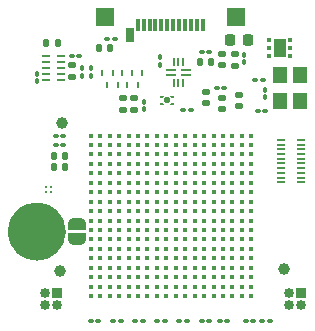
<source format=gts>
%TF.GenerationSoftware,KiCad,Pcbnew,9.0.0*%
%TF.CreationDate,2025-03-28T20:31:48-04:00*%
%TF.ProjectId,Expansion_Card_Retrofit,45787061-6e73-4696-9f6e-5f436172645f,X1*%
%TF.SameCoordinates,Original*%
%TF.FileFunction,Soldermask,Top*%
%TF.FilePolarity,Negative*%
%FSLAX45Y45*%
G04 Gerber Fmt 4.5, Leading zero omitted, Abs format (unit mm)*
G04 Created by KiCad (PCBNEW 9.0.0) date 2025-03-28 20:31:48*
%MOMM*%
%LPD*%
G01*
G04 APERTURE LIST*
G04 Aperture macros list*
%AMRoundRect*
0 Rectangle with rounded corners*
0 $1 Rounding radius*
0 $2 $3 $4 $5 $6 $7 $8 $9 X,Y pos of 4 corners*
0 Add a 4 corners polygon primitive as box body*
4,1,4,$2,$3,$4,$5,$6,$7,$8,$9,$2,$3,0*
0 Add four circle primitives for the rounded corners*
1,1,$1+$1,$2,$3*
1,1,$1+$1,$4,$5*
1,1,$1+$1,$6,$7*
1,1,$1+$1,$8,$9*
0 Add four rect primitives between the rounded corners*
20,1,$1+$1,$2,$3,$4,$5,0*
20,1,$1+$1,$4,$5,$6,$7,0*
20,1,$1+$1,$6,$7,$8,$9,0*
20,1,$1+$1,$8,$9,$2,$3,0*%
%AMFreePoly0*
4,1,23,0.500000,-0.750000,0.000000,-0.750000,0.000000,-0.745722,-0.065263,-0.745722,-0.191342,-0.711940,-0.304381,-0.646677,-0.396677,-0.554381,-0.461940,-0.441342,-0.495722,-0.315263,-0.495722,-0.250000,-0.500000,-0.250000,-0.500000,0.250000,-0.495722,0.250000,-0.495722,0.315263,-0.461940,0.441342,-0.396677,0.554381,-0.304381,0.646677,-0.191342,0.711940,-0.065263,0.745722,0.000000,0.745722,
0.000000,0.750000,0.500000,0.750000,0.500000,-0.750000,0.500000,-0.750000,$1*%
%AMFreePoly1*
4,1,23,0.000000,0.745722,0.065263,0.745722,0.191342,0.711940,0.304381,0.646677,0.396677,0.554381,0.461940,0.441342,0.495722,0.315263,0.495722,0.250000,0.500000,0.250000,0.500000,-0.250000,0.495722,-0.250000,0.495722,-0.315263,0.461940,-0.441342,0.396677,-0.554381,0.304381,-0.646677,0.191342,-0.711940,0.065263,-0.745722,0.000000,-0.745722,0.000000,-0.750000,-0.500000,-0.750000,
-0.500000,0.750000,0.000000,0.750000,0.000000,0.745722,0.000000,0.745722,$1*%
%AMFreePoly2*
4,1,6,0.180000,0.075000,0.000000,-0.105000,-0.180000,-0.105000,-0.180000,0.105000,0.180000,0.105000,0.180000,0.075000,0.180000,0.075000,$1*%
%AMFreePoly3*
4,1,6,0.180000,-0.075000,0.180000,-0.105000,-0.180000,-0.105000,-0.180000,0.105000,0.000000,0.105000,0.180000,-0.075000,0.180000,-0.075000,$1*%
%AMFreePoly4*
4,1,6,0.180000,-0.105000,0.000000,-0.105000,-0.180000,0.075000,-0.180000,0.105000,0.180000,0.105000,0.180000,-0.105000,0.180000,-0.105000,$1*%
%AMFreePoly5*
4,1,6,0.180000,-0.105000,-0.180000,-0.105000,-0.180000,-0.075000,0.000000,0.105000,0.180000,0.105000,0.180000,-0.105000,0.180000,-0.105000,$1*%
G04 Aperture macros list end*
%ADD10C,2.475000*%
%ADD11C,0.250000*%
%ADD12R,0.380000X1.000000*%
%ADD13R,0.700000X1.150000*%
%ADD14R,1.500000X1.500000*%
%ADD15RoundRect,0.100000X-0.130000X-0.100000X0.130000X-0.100000X0.130000X0.100000X-0.130000X0.100000X0*%
%ADD16RoundRect,0.100000X0.130000X0.100000X-0.130000X0.100000X-0.130000X-0.100000X0.130000X-0.100000X0*%
%ADD17RoundRect,0.100000X0.100000X-0.130000X0.100000X0.130000X-0.100000X0.130000X-0.100000X-0.130000X0*%
%ADD18RoundRect,0.140000X0.170000X-0.140000X0.170000X0.140000X-0.170000X0.140000X-0.170000X-0.140000X0*%
%ADD19R,0.850000X0.850000*%
%ADD20O,0.850000X0.850000*%
%ADD21FreePoly0,270.000000*%
%ADD22FreePoly1,270.000000*%
%ADD23RoundRect,0.140000X-0.170000X0.140000X-0.170000X-0.140000X0.170000X-0.140000X0.170000X0.140000X0*%
%ADD24RoundRect,0.100000X-0.100000X0.130000X-0.100000X-0.130000X0.100000X-0.130000X0.100000X0.130000X0*%
%ADD25R,0.660000X0.220000*%
%ADD26R,1.200000X1.400000*%
%ADD27RoundRect,0.140000X-0.140000X-0.170000X0.140000X-0.170000X0.140000X0.170000X-0.140000X0.170000X0*%
%ADD28RoundRect,0.093750X0.093750X0.106250X-0.093750X0.106250X-0.093750X-0.106250X0.093750X-0.106250X0*%
%ADD29R,1.000000X1.600000*%
%ADD30C,0.400000*%
%ADD31R,0.650001X0.249999*%
%ADD32RoundRect,0.140000X0.140000X0.170000X-0.140000X0.170000X-0.140000X-0.170000X0.140000X-0.170000X0*%
%ADD33RoundRect,0.225000X0.225000X0.250000X-0.225000X0.250000X-0.225000X-0.250000X0.225000X-0.250000X0*%
%ADD34C,1.000000*%
%ADD35RoundRect,0.050000X-0.350000X-0.050000X0.350000X-0.050000X0.350000X0.050000X-0.350000X0.050000X0*%
%ADD36RoundRect,0.050000X-0.050000X-0.325000X0.050000X-0.325000X0.050000X0.325000X-0.050000X0.325000X0*%
%ADD37R,0.200000X0.600000*%
%ADD38FreePoly2,0.000000*%
%ADD39FreePoly3,0.000000*%
%ADD40FreePoly4,0.000000*%
%ADD41FreePoly5,0.000000*%
%ADD42RoundRect,0.120000X0.000000X-0.169706X0.169706X0.000000X0.000000X0.169706X-0.169706X0.000000X0*%
G04 APERTURE END LIST*
D10*
X193750Y805000D02*
G75*
G02*
X-53750Y805000I-123750J0D01*
G01*
X-53750Y805000D02*
G75*
G02*
X193750Y805000I123750J0D01*
G01*
D11*
%TO.C,U11*%
X192500Y1142500D03*
X152500Y1142500D03*
X192500Y1182500D03*
X152500Y1182500D03*
%TD*%
D12*
%TO.C,P1*%
X925000Y2551000D03*
X975000Y2551000D03*
X1025000Y2551000D03*
X1075000Y2551000D03*
X1125000Y2551000D03*
X1175000Y2551000D03*
X1225000Y2551000D03*
X1275000Y2551000D03*
X1325000Y2551000D03*
X1375000Y2551000D03*
X1425000Y2551000D03*
X1475000Y2551000D03*
D13*
X858000Y2467000D03*
%TD*%
D14*
%TO.C,TP3*%
X1755000Y2625000D03*
%TD*%
%TO.C,TP1*%
X645000Y2625000D03*
%TD*%
D15*
%TO.C,R32*%
X231500Y1537500D03*
X295500Y1537500D03*
%TD*%
D16*
%TO.C,R13*%
X1683500Y50000D03*
X1619500Y50000D03*
%TD*%
D15*
%TO.C,C80*%
X1595500Y2017500D03*
X1659500Y2017500D03*
%TD*%
D17*
%TO.C,C56*%
X2000000Y1941000D03*
X2000000Y2005000D03*
%TD*%
%TO.C,C85*%
X455000Y2125500D03*
X455000Y2189500D03*
%TD*%
D18*
%TO.C,C78*%
X1780000Y1868000D03*
X1780000Y1964000D03*
%TD*%
D19*
%TO.C,J4*%
X2306000Y285000D03*
D20*
X2306000Y185000D03*
X2206000Y285000D03*
X2206000Y185000D03*
%TD*%
D21*
%TO.C,JP1*%
X410000Y870000D03*
D22*
X410000Y740000D03*
%TD*%
D23*
%TO.C,C2*%
X892500Y1933500D03*
X892500Y1837500D03*
%TD*%
D24*
%TO.C,R1*%
X1110000Y2280000D03*
X1110000Y2216000D03*
%TD*%
D16*
%TO.C,C59*%
X2004000Y1824000D03*
X1940000Y1824000D03*
%TD*%
D15*
%TO.C,R23*%
X1981000Y51000D03*
X2045000Y51000D03*
%TD*%
D25*
%TO.C,J3*%
X2140000Y1222000D03*
X2311000Y1222000D03*
X2140000Y1262000D03*
X2311000Y1262000D03*
X2140000Y1302000D03*
X2311000Y1302000D03*
X2140000Y1342000D03*
X2311000Y1342000D03*
X2140000Y1382000D03*
X2311000Y1382000D03*
X2140000Y1422000D03*
X2311000Y1422000D03*
X2140000Y1462000D03*
X2311000Y1462000D03*
X2140000Y1502000D03*
X2311000Y1502000D03*
X2140000Y1542000D03*
X2311000Y1542000D03*
X2140000Y1582000D03*
X2311000Y1582000D03*
%TD*%
D15*
%TO.C,R8*%
X903500Y50000D03*
X967500Y50000D03*
%TD*%
D26*
%TO.C,Y2*%
X2131000Y2133000D03*
X2131000Y1913000D03*
X2301000Y1913000D03*
X2301000Y2133000D03*
%TD*%
D15*
%TO.C,R33*%
X231500Y1615000D03*
X295500Y1615000D03*
%TD*%
D27*
%TO.C,C10*%
X217000Y1352500D03*
X313000Y1352500D03*
%TD*%
D28*
%TO.C,U3*%
X2217500Y2294000D03*
X2217500Y2359000D03*
X2217500Y2424000D03*
X2040000Y2424000D03*
X2040000Y2359000D03*
X2040000Y2294000D03*
D29*
X2128750Y2359000D03*
%TD*%
D15*
%TO.C,R18*%
X1308000Y1835000D03*
X1372000Y1835000D03*
%TD*%
D23*
%TO.C,C81*%
X1505000Y1988000D03*
X1505000Y1892000D03*
%TD*%
D30*
%TO.C,U2*%
X1887000Y258000D03*
X1807000Y258000D03*
X1727000Y258000D03*
X1647000Y258000D03*
X1567000Y258000D03*
X1487000Y258000D03*
X1407000Y258000D03*
X1327000Y258000D03*
X1247000Y258000D03*
X1167000Y258000D03*
X1087000Y258000D03*
X1007000Y258000D03*
X927000Y258000D03*
X847000Y258000D03*
X767000Y258000D03*
X687000Y258000D03*
X607000Y258000D03*
X527000Y258000D03*
X1887000Y338000D03*
X1807000Y338000D03*
X1727000Y338000D03*
X1647000Y338000D03*
X1567000Y338000D03*
X1487000Y338000D03*
X1407000Y338000D03*
X1327000Y338000D03*
X1247000Y338000D03*
X1167000Y338000D03*
X1087000Y338000D03*
X1007000Y338000D03*
X927000Y338000D03*
X847000Y338000D03*
X767000Y338000D03*
X687000Y338000D03*
X607000Y338000D03*
X527000Y338000D03*
X1887000Y418000D03*
X1807000Y418000D03*
X1727000Y418000D03*
X1647000Y418000D03*
X1567000Y418000D03*
X1487000Y418000D03*
X1407000Y418000D03*
X1327000Y418000D03*
X1247000Y418000D03*
X1167000Y418000D03*
X1087000Y418000D03*
X1007000Y418000D03*
X927000Y418000D03*
X847000Y418000D03*
X767000Y418000D03*
X687000Y418000D03*
X607000Y418000D03*
X527000Y418000D03*
X1887000Y498000D03*
X1807000Y498000D03*
X1727000Y498000D03*
X1647000Y498000D03*
X1567000Y498000D03*
X1487000Y498000D03*
X1407000Y498000D03*
X1327000Y498000D03*
X1247000Y498000D03*
X1167000Y498000D03*
X1087000Y498000D03*
X1007000Y498000D03*
X927000Y498000D03*
X847000Y498000D03*
X767000Y498000D03*
X687000Y498000D03*
X607000Y498000D03*
X527000Y498000D03*
X1887000Y578000D03*
X1807000Y578000D03*
X1727000Y578000D03*
X1647000Y578000D03*
X1567000Y578000D03*
X1487000Y578000D03*
X1407000Y578000D03*
X1327000Y578000D03*
X1247000Y578000D03*
X1167000Y578000D03*
X1087000Y578000D03*
X1007000Y578000D03*
X927000Y578000D03*
X847000Y578000D03*
X767000Y578000D03*
X687000Y578000D03*
X607000Y578000D03*
X527000Y578000D03*
X1887000Y658000D03*
X1807000Y658000D03*
X1727000Y658000D03*
X1647000Y658000D03*
X1567000Y658000D03*
X1487000Y658000D03*
X1407000Y658000D03*
X1327000Y658000D03*
X1247000Y658000D03*
X1167000Y658000D03*
X1087000Y658000D03*
X1007000Y658000D03*
X927000Y658000D03*
X847000Y658000D03*
X767000Y658000D03*
X687000Y658000D03*
X607000Y658000D03*
X527000Y658000D03*
X1887000Y738000D03*
X1807000Y738000D03*
X1727000Y738000D03*
X1647000Y738000D03*
X1567000Y738000D03*
X1487000Y738000D03*
X1407000Y738000D03*
X1327000Y738000D03*
X1247000Y738000D03*
X1167000Y738000D03*
X1087000Y738000D03*
X1007000Y738000D03*
X927000Y738000D03*
X847000Y738000D03*
X767000Y738000D03*
X687000Y738000D03*
X607000Y738000D03*
X527000Y738000D03*
X1887000Y818000D03*
X1807000Y818000D03*
X1727000Y818000D03*
X1647000Y818000D03*
X1567000Y818000D03*
X1487000Y818000D03*
X1407000Y818000D03*
X1327000Y818000D03*
X1247000Y818000D03*
X1167000Y818000D03*
X1087000Y818000D03*
X1007000Y818000D03*
X927000Y818000D03*
X847000Y818000D03*
X767000Y818000D03*
X687000Y818000D03*
X607000Y818000D03*
X527000Y818000D03*
X1887000Y898000D03*
X1807000Y898000D03*
X1727000Y898000D03*
X1647000Y898000D03*
X1567000Y898000D03*
X1487000Y898000D03*
X1407000Y898000D03*
X1327000Y898000D03*
X1247000Y898000D03*
X1167000Y898000D03*
X1087000Y898000D03*
X1007000Y898000D03*
X927000Y898000D03*
X847000Y898000D03*
X767000Y898000D03*
X687000Y898000D03*
X607000Y898000D03*
X527000Y898000D03*
X1887000Y978000D03*
X1807000Y978000D03*
X1727000Y978000D03*
X1647000Y978000D03*
X1567000Y978000D03*
X1487000Y978000D03*
X1407000Y978000D03*
X1327000Y978000D03*
X1247000Y978000D03*
X1167000Y978000D03*
X1087000Y978000D03*
X1007000Y978000D03*
X927000Y978000D03*
X847000Y978000D03*
X767000Y978000D03*
X687000Y978000D03*
X607000Y978000D03*
X527000Y978000D03*
X1887000Y1058000D03*
X1807000Y1058000D03*
X1727000Y1058000D03*
X1647000Y1058000D03*
X1567000Y1058000D03*
X1487000Y1058000D03*
X1407000Y1058000D03*
X1327000Y1058000D03*
X1247000Y1058000D03*
X1167000Y1058000D03*
X1087000Y1058000D03*
X1007000Y1058000D03*
X927000Y1058000D03*
X847000Y1058000D03*
X767000Y1058000D03*
X687000Y1058000D03*
X607000Y1058000D03*
X527000Y1058000D03*
X1887000Y1138000D03*
X1807000Y1138000D03*
X1727000Y1138000D03*
X1647000Y1138000D03*
X1567000Y1138000D03*
X1487000Y1138000D03*
X1407000Y1138000D03*
X1327000Y1138000D03*
X1247000Y1138000D03*
X1167000Y1138000D03*
X1087000Y1138000D03*
X1007000Y1138000D03*
X927000Y1138000D03*
X847000Y1138000D03*
X767000Y1138000D03*
X687000Y1138000D03*
X607000Y1138000D03*
X527000Y1138000D03*
X1887000Y1218000D03*
X1807000Y1218000D03*
X1727000Y1218000D03*
X1647000Y1218000D03*
X1567000Y1218000D03*
X1487000Y1218000D03*
X1407000Y1218000D03*
X1327000Y1218000D03*
X1247000Y1218000D03*
X1167000Y1218000D03*
X1087000Y1218000D03*
X1007000Y1218000D03*
X927000Y1218000D03*
X847000Y1218000D03*
X767000Y1218000D03*
X687000Y1218000D03*
X607000Y1218000D03*
X527000Y1218000D03*
X1887000Y1298000D03*
X1807000Y1298000D03*
X1727000Y1298000D03*
X1647000Y1298000D03*
X1567000Y1298000D03*
X1487000Y1298000D03*
X1407000Y1298000D03*
X1327000Y1298000D03*
X1247000Y1298000D03*
X1167000Y1298000D03*
X1087000Y1298000D03*
X1007000Y1298000D03*
X927000Y1298000D03*
X847000Y1298000D03*
X767000Y1298000D03*
X687000Y1298000D03*
X607000Y1298000D03*
X527000Y1298000D03*
X1887000Y1378000D03*
X1807000Y1378000D03*
X1727000Y1378000D03*
X1647000Y1378000D03*
X1567000Y1378000D03*
X1487000Y1378000D03*
X1407000Y1378000D03*
X1327000Y1378000D03*
X1247000Y1378000D03*
X1167000Y1378000D03*
X1087000Y1378000D03*
X1007000Y1378000D03*
X927000Y1378000D03*
X847000Y1378000D03*
X767000Y1378000D03*
X687000Y1378000D03*
X607000Y1378000D03*
X527000Y1378000D03*
X1887000Y1458000D03*
X1807000Y1458000D03*
X1727000Y1458000D03*
X1647000Y1458000D03*
X1567000Y1458000D03*
X1487000Y1458000D03*
X1407000Y1458000D03*
X1327000Y1458000D03*
X1247000Y1458000D03*
X1167000Y1458000D03*
X1087000Y1458000D03*
X1007000Y1458000D03*
X927000Y1458000D03*
X847000Y1458000D03*
X767000Y1458000D03*
X687000Y1458000D03*
X607000Y1458000D03*
X527000Y1458000D03*
X1887000Y1538000D03*
X1807000Y1538000D03*
X1727000Y1538000D03*
X1647000Y1538000D03*
X1567000Y1538000D03*
X1487000Y1538000D03*
X1407000Y1538000D03*
X1327000Y1538000D03*
X1247000Y1538000D03*
X1167000Y1538000D03*
X1087000Y1538000D03*
X1007000Y1538000D03*
X927000Y1538000D03*
X847000Y1538000D03*
X767000Y1538000D03*
X687000Y1538000D03*
X607000Y1538000D03*
X527000Y1538000D03*
X1887000Y1618000D03*
X1807000Y1618000D03*
X1727000Y1618000D03*
X1647000Y1618000D03*
X1567000Y1618000D03*
X1487000Y1618000D03*
X1407000Y1618000D03*
X1327000Y1618000D03*
X1247000Y1618000D03*
X1167000Y1618000D03*
X1087000Y1618000D03*
X1007000Y1618000D03*
X927000Y1618000D03*
X847000Y1618000D03*
X767000Y1618000D03*
X687000Y1618000D03*
X607000Y1618000D03*
X527000Y1618000D03*
%TD*%
D23*
%TO.C,C54*%
X1637000Y2309000D03*
X1637000Y2213000D03*
%TD*%
D31*
%TO.C,U7*%
X152500Y2290000D03*
X152500Y2240000D03*
X152500Y2190000D03*
X152500Y2140000D03*
X152500Y2090000D03*
X277500Y2090000D03*
X277500Y2140000D03*
X277500Y2190000D03*
X277500Y2240000D03*
X277500Y2290000D03*
%TD*%
D15*
%TO.C,C62*%
X1466000Y2324000D03*
X1530000Y2324000D03*
%TD*%
D32*
%TO.C,C1*%
X692000Y2356000D03*
X596000Y2356000D03*
%TD*%
D23*
%TO.C,C58*%
X1746000Y2305000D03*
X1746000Y2209000D03*
%TD*%
D18*
%TO.C,C55*%
X1640000Y1842000D03*
X1640000Y1938000D03*
%TD*%
D24*
%TO.C,C61*%
X1829000Y2304000D03*
X1829000Y2240000D03*
%TD*%
D15*
%TO.C,R5*%
X1465500Y50000D03*
X1529500Y50000D03*
%TD*%
D33*
%TO.C,TH1*%
X1857500Y2425000D03*
X1702500Y2425000D03*
%TD*%
D15*
%TO.C,R37*%
X528000Y50000D03*
X592000Y50000D03*
%TD*%
D34*
%TO.C,FID5*%
X2160000Y485000D03*
%TD*%
D15*
%TO.C,R36*%
X715500Y50000D03*
X779500Y50000D03*
%TD*%
D35*
%TO.C,U5*%
X1210000Y2172000D03*
X1210000Y2132000D03*
D36*
X1230000Y2064500D03*
X1270000Y2064500D03*
X1310000Y2064500D03*
D35*
X1330000Y2132000D03*
X1330000Y2172000D03*
D36*
X1310000Y2239500D03*
X1270000Y2239500D03*
X1230000Y2239500D03*
%TD*%
D34*
%TO.C,FID6*%
X264500Y475000D03*
%TD*%
D15*
%TO.C,R14*%
X1840000Y50000D03*
X1904000Y50000D03*
%TD*%
%TO.C,R6*%
X1278500Y50000D03*
X1342500Y50000D03*
%TD*%
D16*
%TO.C,R10*%
X432000Y2290000D03*
X368000Y2290000D03*
%TD*%
D19*
%TO.C,J1*%
X242000Y285000D03*
D20*
X242000Y185000D03*
X142000Y285000D03*
X142000Y185000D03*
%TD*%
D16*
%TO.C,R2*%
X731000Y2437000D03*
X667000Y2437000D03*
%TD*%
%TO.C,C60*%
X1985000Y2091000D03*
X1921000Y2091000D03*
%TD*%
D15*
%TO.C,R7*%
X1091000Y50000D03*
X1155000Y50000D03*
%TD*%
D18*
%TO.C,C84*%
X372500Y2117000D03*
X372500Y2213000D03*
%TD*%
D27*
%TO.C,C83*%
X150000Y2405000D03*
X246000Y2405000D03*
%TD*%
D37*
%TO.C,D9*%
X965000Y2145000D03*
X875000Y2145000D03*
X795000Y2145000D03*
X715000Y2145000D03*
X625000Y2145000D03*
X665000Y2050000D03*
X755000Y2050000D03*
X835000Y2050000D03*
X925000Y2050000D03*
%TD*%
D38*
%TO.C,U6*%
X1127000Y1947500D03*
D39*
X1127000Y1882500D03*
D40*
X1213000Y1947500D03*
D41*
X1213000Y1882500D03*
D42*
X1170000Y1915000D03*
%TD*%
D23*
%TO.C,C3*%
X797500Y1933500D03*
X797500Y1837500D03*
%TD*%
D34*
%TO.C,FID4*%
X280000Y1725000D03*
%TD*%
D27*
%TO.C,C9*%
X216500Y1445000D03*
X312500Y1445000D03*
%TD*%
D17*
%TO.C,R9*%
X527500Y2125000D03*
X527500Y2189000D03*
%TD*%
%TO.C,R11*%
X70000Y2078000D03*
X70000Y2142000D03*
%TD*%
D27*
%TO.C,C79*%
X1452000Y2243000D03*
X1548000Y2243000D03*
%TD*%
D17*
%TO.C,R21*%
X975000Y1840500D03*
X975000Y1904500D03*
%TD*%
M02*

</source>
